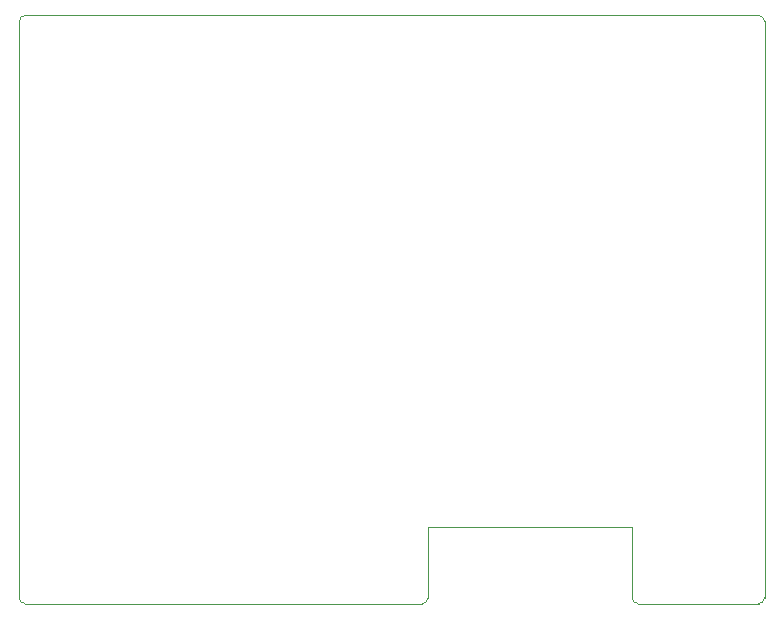
<source format=gm1>
G04 #@! TF.GenerationSoftware,KiCad,Pcbnew,(5.1.9-0-10_14)*
G04 #@! TF.CreationDate,2021-11-18T15:02:34+01:00*
G04 #@! TF.ProjectId,ithowifi_4l,6974686f-7769-4666-995f-346c2e6b6963,rev?*
G04 #@! TF.SameCoordinates,Original*
G04 #@! TF.FileFunction,Profile,NP*
%FSLAX46Y46*%
G04 Gerber Fmt 4.6, Leading zero omitted, Abs format (unit mm)*
G04 Created by KiCad (PCBNEW (5.1.9-0-10_14)) date 2021-11-18 15:02:34*
%MOMM*%
%LPD*%
G01*
G04 APERTURE LIST*
G04 #@! TA.AperFunction,Profile*
%ADD10C,0.100000*%
G04 #@! TD*
G04 APERTURE END LIST*
D10*
X115332000Y-106668000D02*
G75*
G02*
X115832000Y-107168000I0J-500000D01*
G01*
X52732000Y-107168000D02*
G75*
G02*
X53232000Y-106668000I500000J0D01*
G01*
X52732000Y-155968000D02*
X52732000Y-107168000D01*
X104632000Y-155968000D02*
X104632000Y-149968000D01*
X104632000Y-149968000D02*
X87332000Y-149968000D01*
X115832000Y-155968000D02*
X115832000Y-107168000D01*
X115832000Y-155968000D02*
G75*
G02*
X115332000Y-156468000I-500000J0D01*
G01*
X105132000Y-156468000D02*
G75*
G02*
X104632000Y-155968000I0J500000D01*
G01*
X115332000Y-156468000D02*
X105132000Y-156468000D01*
X86832000Y-156468000D02*
X53232000Y-156468000D01*
X87332000Y-149968000D02*
X87332000Y-155968000D01*
X115332000Y-106668000D02*
X53232000Y-106668000D01*
X53232000Y-156468000D02*
G75*
G02*
X52732000Y-155968000I0J500000D01*
G01*
X87332000Y-155968000D02*
G75*
G02*
X86832000Y-156468000I-500000J0D01*
G01*
M02*

</source>
